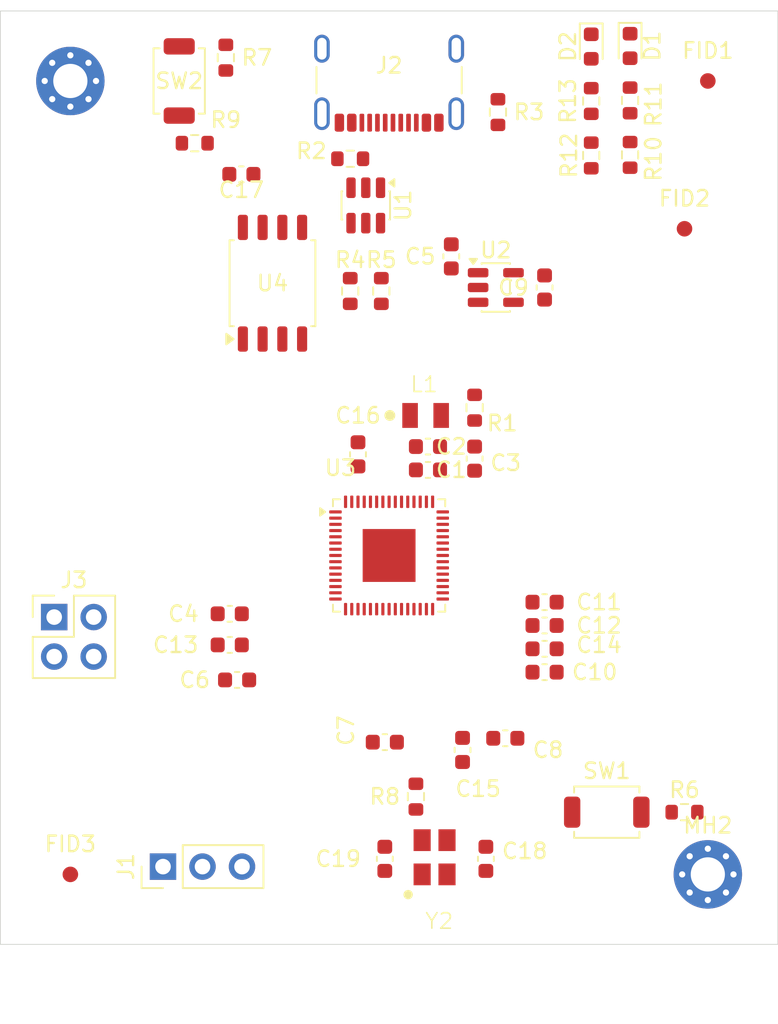
<source format=kicad_pcb>
(kicad_pcb (version 20241229) (generator "pcbnew") (generator_version "9.0")
  (layers (0 "F.Cu" signal) (2 "B.Cu" power) (13 "F.Paste" user) (5 "F.SilkS" user "F.Silkscreen") (1 "F.Mask" user) (25 "Edge.Cuts" user))
  (net 0 "")
  (net 1 "+3V3")
  (net 2 "GND")
  (net 3 "+1V1")
  (net 4 "/VREG_AVDD")
  (net 5 "+VBUS")
  (net 6 "/XIN")
  (net 7 "Net-(C19-Pad2)")
  (net 8 "Net-(D1-A)")
  (net 9 "Net-(D2-A)")
  (net 10 "/SWCLK")
  (net 11 "/SWDIO")
  (net 12 "/USBD-")
  (net 13 "/USBD+")
  (net 14 "Net-(J2-CC1)")
  (net 16 "Net-(J2-CC2)")
  (net 18 "/I2C0_SCL")
  (net 19 "/I2C0_SDA")
  (net 20 "/VREG_LX")
  (net 21 "Net-(U3-USB_DP)")
  (net 22 "/USB_DP")
  (net 23 "/USB_DM")
  (net 24 "Net-(U3-USB_DM)")
  (net 25 "Net-(R6-Pad1)")
  (net 26 "Net-(R7-Pad2)")
  (net 27 "/XOUT")
  (net 28 "/QSPI_SS")
  (net 29 "/GPIO25")
  (net 30 "Net-(R10-Pad2)")
  (net 31 "Net-(R12-Pad2)")
  (net 32 "Net-(U3-RUN)")
  (net 36 "/QSPI_SD2")
  (net 41 "/QSPI_SD1")
  (net 43 "/QSPI_SD0")
  (net 45 "/QSPI_SCLK")
  (net 55 "/QSPI_SD3")
  (footprint "custom:AOTA-B201610S3R3-101-T_custom" (layer "F.Cu") (at 151.35 97 180)
    (property "Reference" "L1" (at 1.1 2 0) (layer "F.SilkS") (effects (font (thickness 0.1))))
    (property "Value" "3.3uH")
    (fp_circle (center 3.3 0) (end 3.6 0) (stroke (width 0.1)) (fill yes) (layer "F.SilkS"))
    (pad "1" smd rect (at 2 0 180) (size 1 1.6) (layers "F.Cu" "F.Mask" "F.Paste") (net 3 "+1V1"))
    (pad "2" smd rect (at 0 0 180) (size 1 1.6) (layers "F.Cu" "F.Mask" "F.Paste") (net 20 "/VREG_LX"))
  )
  (footprint "Connector_PinHeader_2.54mm:PinHeader_1x03_P2.54mm_Vertical" (layer "F.Cu") (at 133.46 126 90)
    (property "Reference" "J1" (at 0 -2.38 90) (layer "F.SilkS"))
    (property "Value" "Debug Headers")
    (fp_line (start -1.38 -1.38) (end 0 -1.38) (stroke (width 0.12)) (layer "F.SilkS"))
    (fp_line (start -1.38 0) (end -1.38 -1.38) (stroke (width 0.12)) (layer "F.SilkS"))
    (fp_line (start 1.38 1.27) (end 1.38 6.46) (stroke (width 0.12)) (layer "F.SilkS"))
    (fp_line (start -1.38 1.27) (end 1.38 1.27) (stroke (width 0.12)) (layer "F.SilkS"))
    (fp_line (start -1.38 1.27) (end -1.38 6.46) (stroke (width 0.12)) (layer "F.SilkS"))
    (fp_line (start -1.38 6.46) (end 1.38 6.46) (stroke (width 0.12)) (layer "F.SilkS"))
    (pad "1" thru_hole rect (at 0 0 90) (size 1.7 1.7) (drill 1) (layers "*.Cu" "*.Mask") (net 2 "GND"))
    (pad "2" thru_hole circle (at 0 2.54 90) (size 1.7 1.7) (drill 1) (layers "*.Cu" "*.Mask") (net 10 "/SWCLK"))
    (pad "3" thru_hole circle (at 0 5.08 90) (size 1.7 1.7) (drill 1) (layers "*.Cu" "*.Mask") (net 11 "/SWDIO"))
  )
  (footprint "Resistor_SMD:R_0603_1608Metric" (layer "F.Cu") (at 161 76.7875 90)
    (property "Reference" "R13" (at 0 -1.5 90) (layer "F.SilkS"))
    (property "Value" "33")
    (fp_line (start -0.237258 -0.5225) (end 0.237258 -0.5225) (stroke (width 0.12)) (layer "F.SilkS"))
    (fp_line (start -0.237258 0.5225) (end 0.237258 0.5225) (stroke (width 0.12)) (layer "F.SilkS"))
    (pad "1" smd roundrect (at -0.825 0 90) (size 0.8 0.95) (layers "F.Cu" "F.Mask" "F.Paste") (net 31 "Net-(R12-Pad2)"))
    (pad "2" smd roundrect (at 0.825 0 90) (size 0.8 0.95) (layers "F.Cu" "F.Mask" "F.Paste") (net 9 "Net-(D2-A)"))
  )
  (footprint "Resistor_SMD:R_0603_1608Metric" (layer "F.Cu") (at 155 77.5 -90)
    (property "Reference" "R3" (at 0 -2 180) (layer "F.SilkS"))
    (property "Value" "5k1")
    (fp_line (start -0.237258 0.5225) (end 0.237258 0.5225) (stroke (width 0.12)) (layer "F.SilkS"))
    (fp_line (start -0.237258 -0.5225) (end 0.237258 -0.5225) (stroke (width 0.12)) (layer "F.SilkS"))
    (pad "1" smd roundrect (at -0.825 0 270) (size 0.8 0.95) (layers "F.Cu" "F.Mask" "F.Paste") (net 14 "Net-(J2-CC1)"))
    (pad "2" smd roundrect (at 0.825 0 270) (size 0.8 0.95) (layers "F.Cu" "F.Mask" "F.Paste") (net 2 "GND"))
  )
  (footprint "Connector_USB:USB_C_Receptacle_GCT_USB4105-xx-A_16P_TopMnt_Horizontal" (layer "F.Cu") (at 148 74.5 180)
    (property "Reference" "J2" (at 0 0 0) (layer "F.SilkS"))
    (property "Value" "USB_C_Female_USB2.0_16P")
    (fp_line (start 4.67 -0.1) (end 4.67 -1.8) (stroke (width 0.12)) (layer "F.SilkS"))
    (fp_line (start -4.67 -0.1) (end -4.67 -1.8) (stroke (width 0.12)) (layer "F.SilkS"))
    (pad "" np_thru_hole circle (at -2.89 -2.605 180) (size 0.65 0.65) (drill 0.65) (layers "*.Cu" "*.Mask"))
    (pad "" np_thru_hole circle (at 2.89 -2.605 180) (size 0.65 0.65) (drill 0.65) (layers "*.Cu" "*.Mask"))
    (pad "A1" smd roundrect (at -3.2 -3.68 180) (size 0.6 1.15) (layers "F.Cu" "F.Mask" "F.Paste") (net 2 "GND"))
    (pad "A4" smd roundrect (at -2.4 -3.68 180) (size 0.6 1.15) (layers "F.Cu" "F.Mask" "F.Paste") (net 5 "+VBUS"))
    (pad "A5" smd roundrect (at -1.25 -3.68 180) (size 0.3 1.15) (layers "F.Cu" "F.Mask" "F.Paste") (net 14 "Net-(J2-CC1)"))
    (pad "A6" smd roundrect (at -0.25 -3.68 180) (size 0.3 1.15) (layers "F.Cu" "F.Mask" "F.Paste") (net 13 "/USBD+"))
    (pad "A7" smd roundrect (at 0.25 -3.68 180) (size 0.3 1.15) (layers "F.Cu" "F.Mask" "F.Paste") (net 12 "/USBD-"))
    (pad "A8" smd roundrect (at 1.25 -3.68 180) (size 0.3 1.15) (layers "F.Cu" "F.Mask" "F.Paste"))
    (pad "A9" smd roundrect (at 2.4 -3.68 180) (size 0.6 1.15) (layers "F.Cu" "F.Mask" "F.Paste") (net 5 "+VBUS"))
    (pad "A12" smd roundrect (at 3.2 -3.68 180) (size 0.6 1.15) (layers "F.Cu" "F.Mask" "F.Paste") (net 2 "GND"))
    (pad "B1" smd roundrect (at 3.2 -3.68 180) (size 0.6 1.15) (layers "F.Cu" "F.Mask" "F.Paste") (net 2 "GND"))
    (pad "B4" smd roundrect (at 2.4 -3.68 180) (size 0.6 1.15) (layers "F.Cu" "F.Mask" "F.Paste") (net 5 "+VBUS"))
    (pad "B5" smd roundrect (at 1.75 -3.68 180) (size 0.3 1.15) (layers "F.Cu" "F.Mask" "F.Paste") (net 16 "Net-(J2-CC2)"))
    (pad "B6" smd roundrect (at 0.75 -3.68 180) (size 0.3 1.15) (layers "F.Cu" "F.Mask" "F.Paste") (net 13 "/USBD+"))
    (pad "B7" smd roundrect (at -0.75 -3.68 180) (size 0.3 1.15) (layers "F.Cu" "F.Mask" "F.Paste") (net 12 "/USBD-"))
    (pad "B8" smd roundrect (at -1.75 -3.68 180) (size 0.3 1.15) (layers "F.Cu" "F.Mask" "F.Paste"))
    (pad "B9" smd roundrect (at -2.4 -3.68 180) (size 0.6 1.15) (layers "F.Cu" "F.Mask" "F.Paste") (net 5 "+VBUS"))
    (pad "B12" smd roundrect (at -3.2 -3.68 180) (size 0.6 1.15) (layers "F.Cu" "F.Mask" "F.Paste") (net 2 "GND"))
    (pad "S1" thru_hole oval (at -4.32 -3.105 180) (size 1 2.1) (drill oval 0.6 1.7) (property pad_prop_heatsink) (layers "*.Cu" "*.Mask" "F.Paste") (net 2 "GND"))
    (pad "S1" thru_hole oval (at -4.32 1.075 180) (size 1 1.8) (drill oval 0.6 1.4) (property pad_prop_heatsink) (layers "*.Cu" "*.Mask" "F.Paste") (net 2 "GND"))
    (pad "S1" thru_hole oval (at 4.32 -3.105 180) (size 1 2.1) (drill oval 0.6 1.7) (property pad_prop_heatsink) (layers "*.Cu" "*.Mask" "F.Paste") (net 2 "GND"))
    (pad "S1" thru_hole oval (at 4.32 1.075 180) (size 1 1.8) (drill oval 0.6 1.4) (property pad_prop_heatsink) (layers "*.Cu" "*.Mask" "F.Paste") (net 2 "GND"))
  )
  (footprint "MountingHole:MountingHole_2.2mm_M2_Pad_Via" (layer "F.Cu") (at 127.5 75.5)
    (property "Reference" "MH1" (hide yes))
    (property "Value" "M.2")
    (pad "1" thru_hole circle (at -1.65 0) (size 0.7 0.7) (drill 0.4) (layers "*.Cu" "*.Mask") (net 2 "GND"))
    (pad "1" thru_hole circle (at -1.166726 -1.166726) (size 0.7 0.7) (drill 0.4) (layers "*.Cu" "*.Mask") (net 2 "GND"))
    (pad "1" thru_hole circle (at -1.166726 1.166726) (size 0.7 0.7) (drill 0.4) (layers "*.Cu" "*.Mask") (net 2 "GND"))
    (pad "1" thru_hole circle (at 0 -1.65) (size 0.7 0.7) (drill 0.4) (layers "*.Cu" "*.Mask") (net 2 "GND"))
    (pad "1" thru_hole circle (at 0 0) (size 4.4 4.4) (drill 2.2) (layers "*.Cu" "*.Mask") (net 2 "GND"))
    (pad "1" thru_hole circle (at 0 1.65) (size 0.7 0.7) (drill 0.4) (layers "*.Cu" "*.Mask") (net 2 "GND"))
    (pad "1" thru_hole circle (at 1.166726 -1.166726) (size 0.7 0.7) (drill 0.4) (layers "*.Cu" "*.Mask") (net 2 "GND"))
    (pad "1" thru_hole circle (at 1.166726 1.166726) (size 0.7 0.7) (drill 0.4) (layers "*.Cu" "*.Mask") (net 2 "GND"))
    (pad "1" thru_hole circle (at 1.65 0) (size 0.7 0.7) (drill 0.4) (layers "*.Cu" "*.Mask") (net 2 "GND"))
  )
  (footprint "Capacitor_SMD:C_0603_1608Metric" (layer "F.Cu") (at 138.225 114 180)
    (property "Reference" "C6" (at 2.725 0 180) (layer "F.SilkS"))
    (property "Value" "100nF")
    (fp_line (start -0.14058 0.51) (end 0.14058 0.51) (stroke (width 0.12)) (layer "F.SilkS"))
    (fp_line (start -0.14058 -0.51) (end 0.14058 -0.51) (stroke (width 0.12)) (layer "F.SilkS"))
    (pad "1" smd roundrect (at -0.775 0 180) (size 0.9 0.95) (layers "F.Cu" "F.Mask" "F.Paste") (net 1 "+3V3"))
    (pad "2" smd roundrect (at 0.775 0 180) (size 0.9 0.95) (layers "F.Cu" "F.Mask" "F.Paste") (net 2 "GND"))
  )
  (footprint "Capacitor_SMD:C_0603_1608Metric" (layer "F.Cu") (at 147.725 118 180)
    (property "Reference" "C7" (at 2.5 0.75 90) (layer "F.SilkS"))
    (property "Value" "100nF")
    (fp_line (start -0.14058 0.51) (end 0.14058 0.51) (stroke (width 0.12)) (layer "F.SilkS"))
    (fp_line (start -0.14058 -0.51) (end 0.14058 -0.51) (stroke (width 0.12)) (layer "F.SilkS"))
    (pad "1" smd roundrect (at -0.775 0 180) (size 0.9 0.95) (layers "F.Cu" "F.Mask" "F.Paste") (net 1 "+3V3"))
    (pad "2" smd roundrect (at 0.775 0 180) (size 0.9 0.95) (layers "F.Cu" "F.Mask" "F.Paste") (net 2 "GND"))
  )
  (footprint "Capacitor_SMD:C_0603_1608Metric" (layer "F.Cu") (at 137.75 109.75 180)
    (property "Reference" "C4" (at 2.975 0 0) (layer "F.SilkS"))
    (property "Value" "100nF")
    (fp_line (start -0.14058 0.51) (end 0.14058 0.51) (stroke (width 0.12)) (layer "F.SilkS"))
    (fp_line (start -0.14058 -0.51) (end 0.14058 -0.51) (stroke (width 0.12)) (layer "F.SilkS"))
    (pad "1" smd roundrect (at -0.775 0 180) (size 0.9 0.95) (layers "F.Cu" "F.Mask" "F.Paste") (net 1 "+3V3"))
    (pad "2" smd roundrect (at 0.775 0 180) (size 0.9 0.95) (layers "F.Cu" "F.Mask" "F.Paste") (net 2 "GND"))
  )
  (footprint "Button_Switch_SMD:SW_SPST_TS-1088-xR020" (layer "F.Cu") (at 162 122.5)
    (property "Reference" "SW1" (at 0 -2.65 0) (layer "F.SilkS"))
    (property "Value" "Button")
    (fp_line (start -2.1 -1.65) (end 2.1 -1.65) (stroke (width 0.12)) (layer "F.SilkS"))
    (fp_line (start -2.1 -1.26) (end -2.1 -1.65) (stroke (width 0.12)) (layer "F.SilkS"))
    (fp_line (start -2.1 1.26) (end -2.1 1.65) (stroke (width 0.12)) (layer "F.SilkS"))
    (fp_line (start -2.1 1.65) (end 2.1 1.65) (stroke (width 0.12)) (layer "F.SilkS"))
    (fp_line (start 2.1 -1.65) (end 2.1 -1.26) (stroke (width 0.12)) (layer "F.SilkS"))
    (fp_line (start 2.1 1.65) (end 2.1 1.26) (stroke (width 0.12)) (layer "F.SilkS"))
    (pad "1" smd roundrect (at -2.225 0) (size 1.05 2) (layers "F.Cu" "F.Mask" "F.Paste") (roundrect_rratio 0.2380952381) (net 32 "Net-(U3-RUN)"))
    (pad "2" smd roundrect (at 2.225 0) (size 1.05 2) (layers "F.Cu" "F.Mask" "F.Paste") (roundrect_rratio 0.2380952381) (net 25 "Net-(R6-Pad1)"))
  )
  (footprint "Capacitor_SMD:C_0603_1608Metric" (layer "F.Cu") (at 158 113.5)
    (property "Reference" "C10" (at 3.225 0 0) (layer "F.SilkS"))
    (property "Value" "100nF")
    (fp_line (start -0.14058 -0.51) (end 0.14058 -0.51) (stroke (width 0.12)) (layer "F.SilkS"))
    (fp_line (start -0.14058 0.51) (end 0.14058 0.51) (stroke (width 0.12)) (layer "F.SilkS"))
    (pad "1" smd roundrect (at -0.775 0) (size 0.9 0.95) (layers "F.Cu" "F.Mask" "F.Paste") (net 1 "+3V3"))
    (pad "2" smd roundrect (at 0.775 0) (size 0.9 0.95) (layers "F.Cu" "F.Mask" "F.Paste") (net 2 "GND"))
  )
  (footprint "Capacitor_SMD:C_0603_1608Metric" (layer "F.Cu") (at 155.475 117.75)
    (property "Reference" "C8" (at 2.75 0.75 0) (layer "F.SilkS"))
    (property "Value" "100nF")
    (fp_line (start -0.14058 -0.51) (end 0.14058 -0.51) (stroke (width 0.12)) (layer "F.SilkS"))
    (fp_line (start -0.14058 0.51) (end 0.14058 0.51) (stroke (width 0.12)) (layer "F.SilkS"))
    (pad "1" smd roundrect (at -0.775 0) (size 0.9 0.95) (layers "F.Cu" "F.Mask" "F.Paste") (net 1 "+3V3"))
    (pad "2" smd roundrect (at 0.775 0) (size 0.9 0.95) (layers "F.Cu" "F.Mask" "F.Paste") (net 2 "GND"))
  )
  (footprint "Fiducial:Fiducial_1mm_Mask2mm" (layer "F.Cu") (at 167 85)
    (property "Reference" "FID2" (at 0 -1.95 0) (layer "F.SilkS"))
    (property "Value" "~")
    (pad "" smd circle (at 0 0) (size 1 1) (layers "F.Cu" "F.Mask") (clearance 0.6))
  )
  (footprint "Fiducial:Fiducial_1mm_Mask2mm" (layer "F.Cu") (at 127.5 126.5)
    (property "Reference" "FID3" (at 0 -1.95 0) (layer "F.SilkS"))
    (property "Value" "~")
    (pad "" smd circle (at 0 0) (size 1 1) (layers "F.Cu" "F.Mask") (clearance 0.6))
  )
  (footprint "Package_TO_SOT_SMD:SOT-23-6" (layer "F.Cu") (at 146.5 83.5 -90)
    (property "Reference" "U1" (at 0 -2.4 90) (layer "F.SilkS"))
    (property "Value" "USBLC6-2SC6")
    (fp_line (start -0.91 1.56) (end -0.91 1.51) (stroke (width 0.12)) (layer "F.SilkS"))
    (fp_line (start 0.91 1.56) (end -0.91 1.56) (stroke (width 0.12)) (layer "F.SilkS"))
    (fp_line (start 0.91 1.51) (end 0.91 1.56) (stroke (width 0.12)) (layer "F.SilkS"))
    (fp_line (start -0.91 -1.51) (end -0.91 -1.56) (stroke (width 0.12)) (layer "F.SilkS"))
    (fp_line (start -0.91 -1.56) (end 0.91 -1.56) (stroke (width 0.12)) (layer "F.SilkS"))
    (fp_line (start 0.91 -1.56) (end 0.91 -1.51) (stroke (width 0.12)) (layer "F.SilkS"))
    (fp_poly (pts (xy -1.45 -1.51) (xy -1.69 -1.84) (xy -1.21 -1.84)) (stroke (width 0.12)) (fill yes) (layer "F.SilkS"))
    (pad "1" smd roundrect (at -1.1375 -0.95 270) (size 1.325 0.6) (layers "F.Cu" "F.Mask" "F.Paste") (net 12 "/USBD-"))
    (pad "2" smd roundrect (at -1.1375 0 270) (size 1.325 0.6) (layers "F.Cu" "F.Mask" "F.Paste") (net 2 "GND"))
    (pad "3" smd roundrect (at -1.1375 0.95 270) (size 1.325 0.6) (layers "F.Cu" "F.Mask" "F.Paste") (net 13 "/USBD+"))
    (pad "4" smd roundrect (at 1.1375 0.95 270) (size 1.325 0.6) (layers "F.Cu" "F.Mask" "F.Paste") (net 22 "/USB_DP"))
    (pad "5" smd roundrect (at 1.1375 0 270) (size 1.325 0.6) (layers "F.Cu" "F.Mask" "F.Paste") (net 5 "+VBUS"))
    (pad "6" smd roundrect (at 1.1375 -0.95 270) (size 1.325 0.6) (layers "F.Cu" "F.Mask" "F.Paste") (net 23 "/USB_DM"))
  )
  (footprint "LED_SMD:LED_0603_1608Metric" (layer "F.Cu") (at 161 73.2875 -90)
    (property "Reference" "D2" (at 0 1.5 90) (layer "F.SilkS"))
    (property "Value" "LED RED")
    (fp_line (start -1.485 0.735) (end 0.8 0.735) (stroke (width 0.12)) (layer "F.SilkS"))
    (fp_line (start -1.485 -0.735) (end -1.485 0.735) (stroke (width 0.12)) (layer "F.SilkS"))
    (fp_line (start 0.8 -0.735) (end -1.485 -0.735) (stroke (width 0.12)) (layer "F.SilkS"))
    (pad "1" smd roundrect (at -0.7875 0 270) (size 0.875 0.95) (layers "F.Cu" "F.Mask" "F.Paste") (net 2 "GND"))
    (pad "2" smd roundrect (at 0.7875 0 270) (size 0.875 0.95) (layers "F.Cu" "F.Mask" "F.Paste") (net 9 "Net-(D2-A)"))
  )
  (footprint "Capacitor_SMD:C_0603_1608Metric" (layer "F.Cu") (at 137.75 111.75 180)
    (property "Reference" "C13" (at 3.475 0 0) (layer "F.SilkS"))
    (property "Value" "100nF")
    (fp_line (start -0.14058 0.51) (end 0.14058 0.51) (stroke (width 0.12)) (layer "F.SilkS"))
    (fp_line (start -0.14058 -0.51) (end 0.14058 -0.51) (stroke (width 0.12)) (layer "F.SilkS"))
    (pad "1" smd roundrect (at -0.775 0 180) (size 0.9 0.95) (layers "F.Cu" "F.Mask" "F.Paste") (net 3 "+1V1"))
    (pad "2" smd roundrect (at 0.775 0 180) (size 0.9 0.95) (layers "F.Cu" "F.Mask" "F.Paste") (net 2 "GND"))
  )
  (footprint "Capacitor_SMD:C_0603_1608Metric" (layer "F.Cu") (at 158 109)
    (property "Reference" "C11" (at 3.5 0 0) (layer "F.SilkS"))
    (property "Value" "100nF")
    (fp_line (start -0.14058 -0.51) (end 0.14058 -0.51) (stroke (width 0.12)) (layer "F.SilkS"))
    (fp_line (start -0.14058 0.51) (end 0.14058 0.51) (stroke (width 0.12)) (layer "F.SilkS"))
    (pad "1" smd roundrect (at -0.775 0) (size 0.9 0.95) (layers "F.Cu" "F.Mask" "F.Paste") (net 1 "+3V3"))
    (pad "2" smd roundrect (at 0.775 0) (size 0.9 0.95) (layers "F.Cu" "F.Mask" "F.Paste") (net 2 "GND"))
  )
  (footprint "Package_TO_SOT_SMD:SOT-23-5" (layer "F.Cu") (at 154.8625 88.775)
    (property "Reference" "U2" (at 0 -2.4 0) (layer "F.SilkS"))
    (property "Value" "SPX3819M5-L-3-3")
    (fp_line (start -0.91 -1.56) (end 0.91 -1.56) (stroke (width 0.12)) (layer "F.SilkS"))
    (fp_line (start -0.91 -1.51) (end -0.91 -1.56) (stroke (width 0.12)) (layer "F.SilkS"))
    (fp_line (start -0.91 1.56) (end -0.91 1.51) (stroke (width 0.12)) (layer "F.SilkS"))
    (fp_line (start 0.91 -1.56) (end 0.91 -1.51) (stroke (width 0.12)) (layer "F.SilkS"))
    (fp_line (start 0.91 -0.39) (end 0.91 0.39) (stroke (width 0.12)) (layer "F.SilkS"))
    (fp_line (start 0.91 1.51) (end 0.91 1.56) (stroke (width 0.12)) (layer "F.SilkS"))
    (fp_line (start 0.91 1.56) (end -0.91 1.56) (stroke (width 0.12)) (layer "F.SilkS"))
    (fp_poly (pts (xy -1.45 -1.51) (xy -1.69 -1.84) (xy -1.21 -1.84)) (stroke (width 0.12)) (fill yes) (layer "F.SilkS"))
    (pad "1" smd roundrect (at -1.1375 -0.95) (size 1.325 0.6) (layers "F.Cu" "F.Mask" "F.Paste") (net 5 "+VBUS"))
    (pad "2" smd roundrect (at -1.1375 0) (size 1.325 0.6) (layers "F.Cu" "F.Mask" "F.Paste") (net 2 "GND"))
    (pad "3" smd roundrect (at -1.1375 0.95) (size 1.325 0.6) (layers "F.Cu" "F.Mask" "F.Paste") (net 5 "+VBUS"))
    (pad "4" smd roundrect (at 1.1375 0.95) (size 1.325 0.6) (layers "F.Cu" "F.Mask" "F.Paste"))
    (pad "5" smd roundrect (at 1.1375 -0.95) (size 1.325 0.6) (layers "F.Cu" "F.Mask" "F.Paste") (net 1 "+3V3"))
  )
  (footprint "Resistor_SMD:R_0603_1608Metric" (layer "F.Cu") (at 161 80.2875 90)
    (property "Reference" "R12" (at 0 -1.43 90) (layer "F.SilkS"))
    (property "Value" "33")
    (fp_line (start -0.237258 -0.5225) (end 0.237258 -0.5225) (stroke (width 0.12)) (layer "F.SilkS"))
    (fp_line (start -0.237258 0.5225) (end 0.237258 0.5225) (stroke (width 0.12)) (layer "F.SilkS"))
    (pad "1" smd roundrect (at -0.825 0 90) (size 0.8 0.95) (layers "F.Cu" "F.Mask" "F.Paste") (net 1 "+3V3"))
    (pad "2" smd roundrect (at 0.825 0 90) (size 0.8 0.95) (layers "F.Cu" "F.Mask" "F.Paste") (net 31 "Net-(R12-Pad2)"))
  )
  (footprint "Connector_PinHeader_2.54mm:PinHeader_2x02_P2.54mm_Vertical" (layer "F.Cu") (at 126.46 109.96)
    (property "Reference" "J3" (at 1.27 -2.38 0) (layer "F.SilkS"))
    (property "Value" "I2C Headers")
    (fp_line (start -1.38 -1.38) (end 0 -1.38) (stroke (width 0.12)) (layer "F.SilkS"))
    (fp_line (start -1.38 0) (end -1.38 -1.38) (stroke (width 0.12)) (layer "F.SilkS"))
    (fp_line (start -1.38 1.27) (end -1.38 3.92) (stroke (width 0.12)) (layer "F.SilkS"))
    (fp_line (start -1.38 1.27) (end 1.27 1.27) (stroke (width 0.12)) (layer "F.SilkS"))
    (fp_line (start -1.38 3.92) (end 3.92 3.92) (stroke (width 0.12)) (layer "F.SilkS"))
    (fp_line (start 1.27 -1.38) (end 3.92 -1.38) (stroke (width 0.12)) (layer "F.SilkS"))
    (fp_line (start 1.27 1.27) (end 1.27 -1.38) (stroke (width 0.12)) (layer "F.SilkS"))
    (fp_line (start 3.92 -1.38) (end 3.92 3.92) (stroke (width 0.12)) (layer "F.SilkS"))
    (pad "1" thru_hole rect (at 0 0) (size 1.7 1.7) (drill 1) (layers "*.Cu" "*.Mask") (net 2 "GND"))
    (pad "2" thru_hole circle (at 2.54 0) (size 1.7 1.7) (drill 1) (layers "*.Cu" "*.Mask") (net 18 "/I2C0_SCL"))
    (pad "3" thru_hole circle (at 0 2.54) (size 1.7 1.7) (drill 1) (layers "*.Cu" "*.Mask") (net 1 "+3V3"))
    (pad "4" thru_hole circle (at 2.54 2.54) (size 1.7 1.7) (drill 1) (layers "*.Cu" "*.Mask") (net 19 "/I2C0_SDA"))
  )
  (footprint "Resistor_SMD:R_0603_1608Metric" (layer "F.Cu") (at 145.5 80.5 180)
    (property "Reference" "R2" (at 2.5 0.5 0) (layer "F.SilkS"))
    (property "Value" "5k1")
    (fp_line (start -0.237258 0.5225) (end 0.237258 0.5225) (stroke (width 0.12)) (layer "F.SilkS"))
    (fp_line (start -0.237258 -0.5225) (end 0.237258 -0.5225) (stroke (width 0.12)) (layer "F.SilkS"))
    (pad "1" smd roundrect (at -0.825 0 180) (size 0.8 0.95) (layers "F.Cu" "F.Mask" "F.Paste") (net 16 "Net-(J2-CC2)"))
    (pad "2" smd roundrect (at 0.825 0 180) (size 0.8 0.95) (layers "F.Cu" "F.Mask" "F.Paste") (net 2 "GND"))
  )
  (footprint "Package_SO:SOIC-8_5.3x5.3mm_P1.27mm" (layer "F.Cu") (at 140.5 88.5 90)
    (property "Reference" "U4" (at 0 0 180) (layer "F.SilkS"))
    (property "Value" "W25Q128JVS")
    (fp_line (start 2.76 -2.76) (end 2.76 -2.49) (stroke (width 0.12)) (layer "F.SilkS"))
    (fp_line (start -2.76 -2.76) (end 2.76 -2.76) (stroke (width 0.12)) (layer "F.SilkS"))
    (fp_line (start -2.76 -2.49) (end -2.76 -2.76) (stroke (width 0.12)) (layer "F.SilkS"))
    (fp_line (start 2.76 2.49) (end 2.76 2.76) (stroke (width 0.12)) (layer "F.SilkS"))
    (fp_line (start 2.76 2.76) (end -2.76 2.76) (stroke (width 0.12)) (layer "F.SilkS"))
    (fp_line (start -2.76 2.76) (end -2.76 2.49) (stroke (width 0.12)) (layer "F.SilkS"))
    (fp_poly (pts (xy -3.59 -2.5) (xy -3.93 -2.97) (xy -3.25 -2.97)) (stroke (width 0.12)) (fill yes) (layer "F.SilkS"))
    (pad "1" smd roundrect (at -3.5875 -1.905 90) (size 1.625 0.65) (layers "F.Cu" "F.Mask" "F.Paste") (net 28 "/QSPI_SS"))
    (pad "2" smd roundrect (at -3.5875 -0.635 90) (size 1.625 0.65) (layers "F.Cu" "F.Mask" "F.Paste") (net 41 "/QSPI_SD1"))
    (pad "3" smd roundrect (at -3.5875 0.635 90) (size 1.625 0.65) (layers "F.Cu" "F.Mask" "F.Paste") (net 36 "/QSPI_SD2"))
    (pad "4" smd roundrect (at -3.5875 1.905 90) (size 1.625 0.65) (layers "F.Cu" "F.Mask" "F.Paste") (net 2 "GND"))
    (pad "5" smd roundrect (at 3.5875 1.905 90) (size 1.625 0.65) (layers "F.Cu" "F.Mask" "F.Paste") (net 43 "/QSPI_SD0"))
    (pad "6" smd roundrect (at 3.5875 0.635 90) (size 1.625 0.65) (layers "F.Cu" "F.Mask" "F.Paste") (net 45 "/QSPI_SCLK"))
    (pad "7" smd roundrect (at 3.5875 -0.635 90) (size 1.625 0.65) (layers "F.Cu" "F.Mask" "F.Paste") (net 55 "/QSPI_SD3"))
    (pad "8" smd roundrect (at 3.5875 -1.905 90) (size 1.625 0.65) (layers "F.Cu" "F.Mask" "F.Paste") (net 1 "+3V3"))
  )
  (footprint "Capacitor_SMD:C_0603_1608Metric" (layer "F.Cu") (at 152.725 118.5 -90)
    (property "Reference" "C15" (at 2.5 -1 180) (layer "F.SilkS"))
    (property "Value" "4.7uF")
    (fp_line (start -0.14058 0.51) (end 0.14058 0.51) (stroke (width 0.12)) (layer "F.SilkS"))
    (fp_line (start -0.14058 -0.51) (end 0.14058 -0.51) (stroke (width 0.12)) (layer "F.SilkS"))
    (pad "1" smd roundrect (at -0.775 0 270) (size 0.9 0.95) (layers "F.Cu" "F.Mask" "F.Paste") (net 3 "+1V1"))
    (pad "2" smd roundrect (at 0.775 0 270) (size 0.9 0.95) (layers "F.Cu" "F.Mask" "F.Paste") (net 2 "GND"))
  )
  (footprint "Resistor_SMD:R_0603_1608Metric" (layer "F.Cu") (at 163.5 76.75 90)
    (property "Reference" "R11" (at -0.25 1.5 90) (layer "F.SilkS"))
    (property "Value" "33")
    (fp_line (start -0.237258 -0.5225) (end 0.237258 -0.5225) (stroke (width 0.12)) (layer "F.SilkS"))
    (fp_line (start -0.237258 0.5225) (end 0.237258 0.5225) (stroke (width 0.12)) (layer "F.SilkS"))
    (pad "1" smd roundrect (at -0.825 0 90) (size 0.8 0.95) (layers "F.Cu" "F.Mask" "F.Paste") (net 30 "Net-(R10-Pad2)"))
    (pad "2" smd roundrect (at 0.825 0 90) (size 0.8 0.95) (layers "F.Cu" "F.Mask" "F.Paste") (net 8 "Net-(D1-A)"))
  )
  (footprint "Resistor_SMD:R_0603_1608Metric" (layer "F.Cu") (at 147.5 89 90)
    (property "Reference" "R5" (at 2 0 180) (layer "F.SilkS"))
    (property "Value" "27")
    (fp_line (start -0.237258 -0.5225) (end 0.237258 -0.5225) (stroke (width 0.12)) (layer "F.SilkS"))
    (fp_line (start -0.237258 0.5225) (end 0.237258 0.5225) (stroke (width 0.12)) (layer "F.SilkS"))
    (pad "1" smd roundrect (at -0.825 0 90) (size 0.8 0.95) (layers "F.Cu" "F.Mask" "F.Paste") (net 24 "Net-(U3-USB_DM)"))
    (pad "2" smd roundrect (at 0.825 0 90) (size 0.8 0.95) (layers "F.Cu" "F.Mask" "F.Paste") (net 23 "/USB_DM"))
  )
  (footprint "Capacitor_SMD:C_0603_1608Metric" (layer "F.Cu") (at 158 112)
    (property "Reference" "C14" (at 3.5 -0.25 0) (layer "F.SilkS"))
    (property "Value" "100nF")
    (fp_line (start -0.14058 -0.51) (end 0.14058 -0.51) (stroke (width 0.12)) (layer "F.SilkS"))
    (fp_line (start -0.14058 0.51) (end 0.14058 0.51) (stroke (width 0.12)) (layer "F.SilkS"))
    (pad "1" smd roundrect (at -0.775 0) (size 0.9 0.95) (layers "F.Cu" "F.Mask" "F.Paste") (net 3 "+1V1"))
    (pad "2" smd roundrect (at 0.775 0) (size 0.9 0.95) (layers "F.Cu" "F.Mask" "F.Paste") (net 2 "GND"))
  )
  (footprint "Capacitor_SMD:C_0603_1608Metric" (layer "F.Cu") (at 146 99.5 -90)
    (property "Reference" "C16" (at -2.5 0 180) (layer "F.SilkS"))
    (property "Value" "100nF")
    (fp_line (start -0.14058 0.51) (end 0.14058 0.51) (stroke (width 0.12)) (layer "F.SilkS"))
    (fp_line (start -0.14058 -0.51) (end 0.14058 -0.51) (stroke (width 0.12)) (layer "F.SilkS"))
    (pad "1" smd roundrect (at -0.775 0 270) (size 0.9 0.95) (layers "F.Cu" "F.Mask" "F.Paste") (net 2 "GND"))
    (pad "2" smd roundrect (at 0.775 0 270) (size 0.9 0.95) (layers "F.Cu" "F.Mask" "F.Paste") (net 1 "+3V3"))
  )
  (footprint "Fiducial:Fiducial_1mm_Mask2mm" (layer "F.Cu") (at 168.5 75.5)
    (property "Reference" "FID1" (at 0 -1.95 0) (layer "F.SilkS"))
    (property "Value" "~")
    (pad "" smd circle (at 0 0) (size 1 1) (layers "F.Cu" "F.Mask") (clearance 0.6))
  )
  (footprint "Resistor_SMD:R_0603_1608Metric" (layer "F.Cu") (at 167 122.5)
    (property "Reference" "R6" (at 0 -1.43 0) (layer "F.SilkS"))
    (property "Value" "1K")
    (fp_line (start -0.237258 -0.5225) (end 0.237258 -0.5225) (stroke (width 0.12)) (layer "F.SilkS"))
    (fp_line (start -0.237258 0.5225) (end 0.237258 0.5225) (stroke (width 0.12)) (layer "F.SilkS"))
    (pad "1" smd roundrect (at -0.825 0) (size 0.8 0.95) (layers "F.Cu" "F.Mask" "F.Paste") (net 25 "Net-(R6-Pad1)"))
    (pad "2" smd roundrect (at 0.825 0) (size 0.8 0.95) (layers "F.Cu" "F.Mask" "F.Paste") (net 2 "GND"))
  )
  (footprint "Capacitor_SMD:C_0603_1608Metric" (layer "F.Cu") (at 147.725 125.5 -90)
    (property "Reference" "C19" (at 0 3 180) (layer "F.SilkS"))
    (property "Value" "15pF")
    (fp_line (start -0.14058 0.51) (end 0.14058 0.51) (stroke (width 0.12)) (layer "F.SilkS"))
    (fp_line (start -0.14058 -0.51) (end 0.14058 -0.51) (stroke (width 0.12)) (layer "F.SilkS"))
    (pad "1" smd roundrect (at -0.775 0 270) (size 0.9 0.95) (layers "F.Cu" "F.Mask" "F.Paste") (net 2 "GND"))
    (pad "2" smd roundrect (at 0.775 0 270) (size 0.9 0.95) (layers "F.Cu" "F.Mask" "F.Paste") (net 7 "Net-(C19-Pad2)"))
  )
  (footprint "oscillators:ABM8-272-T3" (layer "F.Cu") (at 150.125 127.2 90)
    (property "Reference" "Y2" (at -2.3 1.1 0) (layer "F.SilkS") (effects (font (thickness 0.1))))
    (property "Value" "12MHz Crystal GND2,4")
    (fp_circle (center -0.6 -0.9) (end -0.35 -0.9) (stroke (width 0.1)) (fill yes) (layer "F.SilkS"))
    (pad "1" smd rect (at 0.7 0 90) (size 1.4 1.1) (layers "F.Cu" "F.Mask" "F.Paste") (net 7 "Net-(C19-Pad2)"))
    (pad "2" smd rect (at 2.9 0 90) (size 1.4 1.1) (layers "F.Cu" "F.Mask" "F.Paste") (net 2 "GND"))
    (pad "3" smd rect (at 2.9 1.6 90) (size 1.4 1.1) (layers "F.Cu" "F.Mask" "F.Paste") (net 6 "/XIN"))
    (pad "4" smd rect (at 0.7 1.6 90) (size 1.4 1.1) (layers "F.Cu" "F.Mask" "F.Paste") (net 2 "GND"))
  )
  (footprint "Resistor_SMD:R_0603_1608Metric" (layer "F.Cu") (at 163.5 80.25 90)
    (property "Reference" "R10" (at -0.25 1.5 90) (layer "F.SilkS"))
    (property "Value" "33")
    (fp_line (start -0.237258 -0.5225) (end 0.237258 -0.5225) (stroke (width 0.12)) (layer "F.SilkS"))
    (fp_line (start -0.237258 0.5225) (end 0.237258 0.5225) (stroke (width 0.12)) (layer "F.SilkS"))
    (pad "1" smd roundrect (at -0.825 0 90) (size 0.8 0.95) (layers "F.Cu" "F.Mask" "F.Paste") (net 29 "/GPIO25"))
    (pad "2" smd roundrect (at 0.825 0 90) (size 0.8 0.95) (layers "F.Cu" "F.Mask" "F.Paste") (net 30 "Net-(R10-Pad2)"))
  )
  (footprint "Resistor_SMD:R_0603_1608Metric" (layer "F.Cu") (at 145.5 89 90)
    (property "Reference" "R4" (at 2 0 180) (layer "F.SilkS"))
    (property "Value" "27")
    (fp_line (start -0.237258 -0.5225) (end 0.237258 -0.5225) (stroke (width 0.12)) (layer "F.SilkS"))
    (fp_line (start -0.237258 0.5225) (end 0.237258 0.5225) (stroke (width 0.12)) (layer "F.SilkS"))
    (pad "1" smd roundrect (at -0.825 0 90) (size 0.8 0.95) (layers "F.Cu" "F.Mask" "F.Paste") (net 21 "Net-(U3-USB_DP)"))
    (pad "2" smd roundrect (at 0.825 0 90) (size 0.8 0.95) (layers "F.Cu" "F.Mask" "F.Paste") (net 22 "/USB_DP"))
  )
  (footprint "Resistor_SMD:R_0603_1608Metric" (layer "F.Cu") (at 153.5 96.5 -90)
    (property "Reference" "R1" (at 1 -1.775 180) (layer "F.SilkS"))
    (property "Value" "33")
    (fp_line (start -0.237258 0.5225) (end 0.237258 0.5225) (stroke (width 0.12)) (layer "F.SilkS"))
    (fp_line (start -0.237258 -0.5225) (end 0.237258 -0.5225) (stroke (width 0.12)) (layer "F.SilkS"))
    (pad "1" smd roundrect (at -0.825 0 270) (size 0.8 0.95) (layers "F.Cu" "F.Mask" "F.Paste") (net 1 "+3V3"))
    (pad "2" smd roundrect (at 0.825 0 270) (size 0.8 0.95) (layers "F.Cu" "F.Mask" "F.Paste") (net 4 "/VREG_AVDD"))
  )
  (footprint "Capacitor_SMD:C_0603_1608Metric" (layer "F.Cu") (at 150.5 99)
    (property "Reference" "C2" (at 1.5 0 0) (layer "F.SilkS"))
    (property "Value" "4.7uF")
    (fp_line (start -0.14058 -0.51) (end 0.14058 -0.51) (stroke (width 0.12)) (layer "F.SilkS"))
    (fp_line (start -0.14058 0.51) (end 0.14058 0.51) (stroke (width 0.12)) (layer "F.SilkS"))
    (pad "1" smd roundrect (at -0.775 0) (size 0.9 0.95) (layers "F.Cu" "F.Mask" "F.Paste") (net 3 "+1V1"))
    (pad "2" smd roundrect (at 0.775 0) (size 0.9 0.95) (layers "F.Cu" "F.Mask" "F.Paste") (net 2 "GND"))
  )
  (footprint "Resistor_SMD:R_0603_1608Metric" (layer "F.Cu") (at 149.725 121.5 90)
    (property "Reference" "R8" (at 0 -2 180) (layer "F.SilkS"))
    (property "Value" "1K")
    (fp_line (start -0.237258 -0.5225) (end 0.237258 -0.5225) (stroke (width 0.12)) (layer "F.SilkS"))
    (fp_line (start -0.237258 0.5225) (end 0.237258 0.5225) (stroke (width 0.12)) (layer "F.SilkS"))
    (pad "1" smd roundrect (at -0.825 0 90) (size 0.8 0.95) (layers "F.Cu" "F.Mask" "F.Paste") (net 7 "Net-(C19-Pad2)"))
    (pad "2" smd roundrect (at 0.825 0 90) (size 0.8 0.95) (layers "F.Cu" "F.Mask" "F.Paste") (net 27 "/XOUT"))
  )
  (footprint "Capacitor_SMD:C_0603_1608Metric" (layer "F.Cu") (at 153.5 99.775 90)
    (property "Reference" "C3" (at -0.275 2 180) (layer "F.SilkS"))
    (property "Value" "4.7uF")
    (fp_line (start -0.14058 -0.51) (end 0.14058 -0.51) (stroke (width 0.12)) (layer "F.SilkS"))
    (fp_line (start -0.14058 0.51) (end 0.14058 0.51) (stroke (width 0.12)) (layer "F.SilkS"))
    (pad "1" smd roundrect (at -0.775 0 90) (size 0.9 0.95) (layers "F.Cu" "F.Mask" "F.Paste") (net 2 "GND"))
    (pad "2" smd roundrect (at 0.775 0 90) (size 0.9 0.95) (layers "F.Cu" "F.Mask" "F.Paste") (net 4 "/VREG_AVDD"))
  )
  (footprint "MountingHole:MountingHole_2.2mm_M2_Pad_Via" (layer "F.Cu") (at 168.5 126.5)
    (property "Reference" "MH2" (at 0 -3.15 0) (layer "F.SilkS"))
    (property "Value" "M.2")
    (pad "1" thru_hole circle (at -1.65 0) (size 0.7 0.7) (drill 0.4) (layers "*.Cu" "*.Mask") (net 2 "GND"))
    (pad "1" thru_hole circle (at -1.166726 -1.166726) (size 0.7 0.7) (drill 0.4) (layers "*.Cu" "*.Mask") (net 2 "GND"))
    (pad "1" thru_hole circle (at -1.166726 1.166726) (size 0.7 0.7) (drill 0.4) (layers "*.Cu" "*.Mask") (net 2 "GND"))
    (pad "1" thru_hole circle (at 0 -1.65) (size 0.7 0.7) (drill 0.4) (layers "*.Cu" "*.Mask") (net 2 "GND"))
    (pad "1" thru_hole circle (at 0 0) (size 4.4 4.4) (drill 2.2) (layers "*.Cu" "*.Mask") (net 2 "GND"))
    (pad "1" thru_hole circle (at 0 1.65) (size 0.7 0.7) (drill 0.4) (layers "*.Cu" "*.Mask") (net 2 "GND"))
    (pad "1" thru_hole circle (at 1.166726 -1.166726) (size 0.7 0.7) (drill 0.4) (layers "*.Cu" "*.Mask") (net 2 "GND"))
    (pad "1" thru_hole circle (at 1.166726 1.166726) (size 0.7 0.7) (drill 0.4) (layers "*.Cu" "*.Mask") (net 2 "GND"))
    (pad "1" thru_hole circle (at 1.65 0) (size 0.7 0.7) (drill 0.4) (layers "*.Cu" "*.Mask") (net 2 "GND"))
  )
  (footprint "Capacitor_SMD:C_0603_1608Metric" (layer "F.Cu") (at 150.5 100.5 180)
    (property "Reference" "C1" (at -1.5 0 0) (layer "F.SilkS"))
    (property "Value" "4.7uF")
    (fp_line (start -0.14058 0.51) (end 0.14058 0.51) (stroke (width 0.12)) (layer "F.SilkS"))
    (fp_line (start -0.14058 -0.51) (end 0.14058 -0.51) (stroke (width 0.12)) (layer "F.SilkS"))
    (pad "1" smd roundrect (at -0.775 0 180) (size 0.9 0.95) (layers "F.Cu" "F.Mask" "F.Paste") (net 2 "GND"))
    (pad "2" smd roundrect (at 0.775 0 180) (size 0.9 0.95) (layers "F.Cu" "F.Mask" "F.Paste") (net 1 "+3V3"))
  )
  (footprint "Capacitor_SMD:C_0603_1608Metric" (layer "F.Cu") (at 138.5 81.5)
    (property "Reference" "C17" (at 0 1 180) (layer "F.SilkS"))
    (property "Value" "100nF")
    (fp_line (start -0.14058 -0.51) (end 0.14058 -0.51) (stroke (width 0.12)) (layer "F.SilkS"))
    (fp_line (start -0.14058 0.51) (end 0.14058 0.51) (stroke (width 0.12)) (layer "F.SilkS"))
    (pad "1" smd roundrect (at -0.775 0) (size 0.9 0.95) (layers "F.Cu" "F.Mask" "F.Paste") (net 1 "+3V3"))
    (pad "2" smd roundrect (at 0.775 0) (size 0.9 0.95) (layers "F.Cu" "F.Mask" "F.Paste") (net 2 "GND"))
  )
  (footprint "Capacitor_SMD:C_0603_1608Metric" (layer "F.Cu") (at 152 86.775 90)
    (property "Reference" "C5" (at 0 -2 180) (layer "F.SilkS"))
    (property "Value" "100nF")
    (fp_line (start -0.14058 -0.51) (end 0.14058 -0.51) (stroke (width 0.12)) (layer "F.SilkS"))
    (fp_line (start -0.14058 0.51) (end 0.14058 0.51) (stroke (width 0.12)) (layer "F.SilkS"))
    (pad "1" smd roundrect (at -0.775 0 90) (size 0.9 0.95) (layers "F.Cu" "F.Mask" "F.Paste") (net 5 "+VBUS"))
    (pad "2" smd roundrect (at 0.775 0 90) (size 0.9 0.95) (layers "F.Cu" "F.Mask" "F.Paste") (net 2 "GND"))
  )
  (footprint "Button_Switch_SMD:SW_SPST_TS-1088-xR020" (layer "F.Cu") (at 134.5 75.5 -90)
    (property "Reference" "SW2" (at 0 0 180) (layer "F.SilkS"))
    (property "Value" "Bootstrap")
    (fp_line (start -2.1 1.65) (end 2.1 1.65) (stroke (width 0.12)) (layer "F.SilkS"))
    (fp_line (start 2.1 1.65) (end 2.1 1.26) (stroke (width 0.12)) (layer "F.SilkS"))
    (fp_line (start -2.1 1.26) (end -2.1 1.65) (stroke (width 0.12)) (layer "F.SilkS"))
    (fp_line (start -2.1 -1.26) (end -2.1 -1.65) (stroke (width 0.12)) (layer "F.SilkS"))
    (fp_line (start -2.1 -1.65) (end 2.1 -1.65) (stroke (width 0.12)) (layer "F.SilkS"))
    (fp_line (start 2.1 -1.65) (end 2.1 -1.26) (stroke (width 0.12)) (layer "F.SilkS"))
    (pad "1" smd roundrect (at -2.225 0 270) (size 1.05 2) (layers "F.Cu" "F.Mask" "F.Paste") (roundrect_rratio 0.2380952381) (net 26 "Net-(R7-Pad2)"))
    (pad "2" smd roundrect (at 2.225 0 270) (size 1.05 2) (layers "F.Cu" "F.Mask" "F.Paste") (roundrect_rratio 0.2380952381) (net 28 "/QSPI_SS"))
  )
  (footprint "LED_SMD:LED_0603_1608Metric" (layer "F.Cu") (at 163.5 73.25 -90)
    (property "Reference" "D1" (at 0 -1.43 90) (layer "F.SilkS"))
    (property "Value" "LED WHT")
    (fp_line (start -1.485 0.735) (end 0.8 0.735) (stroke (width 0.12)) (layer "F.SilkS"))
    (fp_line (start -1.485 -0.735) (end -1.485 0.735) (stroke (width 0.12)) (layer "F.SilkS"))
    (fp_line (start 0.8 -0.735) (end -1.485 -0.735) (stroke (width 0.12)) (layer "F.SilkS"))
    (pad "1" smd roundrect (at -0.7875 0 270) (size 0.875 0.95) (layers "F.Cu" "F.Mask" "F.Paste") (net 2 "GND"))
    (pad "2" smd roundrect (at 0.7875 0 270) (size 0.875 0.95) (layers "F.Cu" "F.Mask" "F.Paste") (net 8 "Net-(D1-A)"))
  )
  (footprint "Package_DFN_QFN:QFN-60-1EP_7x7mm_P0.4mm_EP3.4x3.4mm" (layer "F.Cu") (at 148 106)
    (property "Reference" "U3" (at -3.13 -5.63 0) (layer "F.SilkS"))
    (property "Value" "RP2350A")
    (fp_line (start -3.61 -3.61) (end -3.16 -3.61) (stroke (width 0.12)) (layer "F.SilkS"))
    (fp_line (start -3.61 -3.16) (end -3.61 -3.61) (stroke (width 0.12)) (layer "F.SilkS"))
    (fp_line (start -3.61 3.61) (end -3.61 3.16) (stroke (width 0.12)) (layer "F.SilkS"))
    (fp_line (start -3.16 3.61) (end -3.61 3.61) (stroke (width 0.12)) (layer "F.SilkS"))
    (fp_line (start 3.16 -3.61) (end 3.61 -3.61) (stroke (width 0.12)) (layer "F.SilkS"))
    (fp_line (start 3.61 -3.61) (end 3.61 -3.16) (stroke (width 0.12)) (layer "F.SilkS"))
    (fp_line (start 3.61 3.16) (end 3.61 3.61) (stroke (width 0.12)) (layer "F.SilkS"))
    (fp_line (start 3.61 3.61) (end 3.16 3.61) (stroke (width 0.12)) (layer "F.SilkS"))
    (fp_poly (pts (xy -4.11 -2.8) (xy -4.44 -2.56) (xy -4.44 -3.04)) (stroke (width 0.12)) (fill yes) (layer "F.SilkS"))
    (pad "1" smd roundrect (at -3.45 -2.8) (size 0.8 0.2) (layers "F.Cu" "F.Mask" "F.Paste") (net 1 "+3V3"))
    (pad "2" smd roundrect (at -3.45 -2.4) (size 0.8 0.2) (layers "F.Cu" "F.Mask" "F.Paste"))
    (pad "3" smd roundrect (at -3.45 -2) (size 0.8 0.2) (layers "F.Cu" "F.Mask" "F.Paste"))
    (pad "4" smd roundrect (at -3.45 -1.6) (size 0.8 0.2) (layers "F.Cu" "F.Mask" "F.Paste"))
    (pad "5" smd roundrect (at -3.45 -1.2) (size 0.8 0.2) (layers "F.Cu" "F.Mask" "F.Paste"))
    (pad "6" smd roundrect (at -3.45 -0.8) (size 0.8 0.2) (layers "F.Cu" "F.Mask" "F.Paste") (net 3 "+1V1"))
    (pad "7" smd roundrect (at -3.45 -0.4) (size 0.8 0.2) (layers "F.Cu" "F.Mask" "F.Paste") (net 19 "/I2C0_SDA"))
    (pad "8" smd roundrect (at -3.45 0) (size 0.8 0.2) (layers "F.Cu" "F.Mask" "F.Paste") (net 18 "/I2C0_SCL"))
    (pad "9" smd roundrect (at -3.45 0.4) (size 0.8 0.2) (layers "F.Cu" "F.Mask" "F.Paste"))
    (pad "10" smd roundrect (at -3.45 0.8) (size 0.8 0.2) (layers "F.Cu" "F.Mask" "F.Paste"))
    (pad "11" smd roundrect (at -3.45 1.2) (size 0.8 0.2) (layers "F.Cu" "F.Mask" "F.Paste") (net 1 "+3V3"))
    (pad "12" smd roundrect (at -3.45 1.6) (size 0.8 0.2) (layers "F.Cu" "F.Mask" "F.Paste"))
    (pad "13" smd roundrect (at -3.45 2) (size 0.8 0.2) (layers "F.Cu" "F.Mask" "F.Paste"))
    (pad "14" smd roundrect (at -3.45 2.4) (size 0.8 0.2) (layers "F.Cu" "F.Mask" "F.Paste"))
    (pad "15" smd roundrect (at -3.45 2.8) (size 0.8 0.2) (layers "F.Cu" "F.Mask" "F.Paste"))
    (pad "16" smd roundrect (at -2.8 3.45) (size 0.2 0.8) (layers "F.Cu" "F.Mask" "F.Paste"))
    (pad "17" smd roundrect (at -2.4 3.45) (size 0.2 0.8) (layers "F.Cu" "F.Mask" "F.Paste"))
    (pad "18" smd roundrect (at -2 3.45) (size 0.2 0.8) (layers "F.Cu" "F.Mask" "F.Paste"))
    (pad "19" smd roundrect (at -1.6 3.45) (size 0.2 0.8) (layers "F.Cu" "F.Mask" "F.Paste"))
    (pad "20" smd roundrect (at -1.2 3.45) (size 0.2 0.8) (layers "F.Cu" "F.Mask" "F.Paste") (net 1 "+3V3"))
    (pad "21" smd roundrect (at -0.8 3.45) (size 0.2 0.8) (layers "F.Cu" "F.Mask" "F.Paste") (net 6 "/XIN"))
    (pad "22" smd roundrect (at -0.4 3.45) (size 0.2 0.8) (layers "F.Cu" "F.Mask" "F.Paste") (net 27 "/XOUT"))
    (pad "23" smd roundrect (at 0 3.45) (size 0.2 0.8) (layers "F.Cu" "F.Mask" "F.Paste") (net 3 "+1V1"))
    (pad "24" smd roundrect (at 0.4 3.45) (size 0.2 0.8) (layers "F.Cu" "F.Mask" "F.Paste") (net 10 "/SWCLK"))
    (pad "25" smd roundrect (at 0.8 3.45) (size 0.2 0.8) (layers "F.Cu" "F.Mask" "F.Paste") (net 11 "/SWDIO"))
    (pad "26" smd roundrect (at 1.2 3.45) (size 0.2 0.8) (layers "F.Cu" "F.Mask" "F.Paste") (net 32 "Net-(U3-RUN)"))
    (pad "27" smd roundrect (at 1.6 3.45) (size 0.2 0.8) (layers "F.Cu" "F.Mask" "F.Paste"))
    (pad "28" smd roundrect (at 2 3.45) (size 0.2 0.8) (layers "F.Cu" "F.Mask" "F.Paste"))
    (pad "29" smd roundrect (at 2.4 3.45) (size 0.2 0.8) (layers "F.Cu" "F.Mask" "F.Paste"))
    (pad "30" smd roundrect (at 2.8 3.45) (size 0.2 0.8) (layers "F.Cu" "F.Mask" "F.Paste") (net 1 "+3V3"))
    (pad "31" smd roundrect (at 3.45 2.8) (size 0.8 0.2) (layers "F.Cu" "F.Mask" "F.Paste"))
    (pad "32" smd roundrect (at 3.45 2.4) (size 0.8 0.2) (layers "F.Cu" "F.Mask" "F.Paste"))
    (pad "33" smd roundrect (at 3.45 2) (size 0.8 0.2) (layers "F.Cu" "F.Mask" "F.Paste"))
    (pad "34" smd roundrect (at 3.45 1.6) (size 0.8 0.2) (layers "F.Cu" "F.Mask" "F.Paste"))
    (pad "35" smd roundrect (at 3.45 1.2) (size 0.8 0.2) (layers "F.Cu" "F.Mask" "F.Paste"))
    (pad "36" smd roundrect (at 3.45 0.8) (size 0.8 0.2) (layers "F.Cu" "F.Mask" "F.Paste"))
    (pad "37" smd roundrect (at 3.45 0.4) (size 0.8 0.2) (layers "F.Cu" "F.Mask" "F.Paste") (net 29 "/GPIO25"))
    (pad "38" smd roundrect (at 3.45 0) (size 0.8 0.2) (layers "F.Cu" "F.Mask" "F.Paste") (net 1 "+3V3"))
    (pad "39" smd roundrect (at 3.45 -0.4) (size 0.8 0.2) (layers "F.Cu" "F.Mask" "F.Paste") (net 3 "+1V1"))
    (pad "40" smd roundrect (at 3.45 -0.8) (size 0.8 0.2) (layers "F.Cu" "F.Mask" "F.Paste"))
    (pad "41" smd roundrect (at 3.45 -1.2) (size 0.8 0.2) (layers "F.Cu" "F.Mask" "F.Paste"))
    (pad "42" smd roundrect (at 3.45 -1.6) (size 0.8 0.2) (layers "F.Cu" "F.Mask" "F.Paste"))
    (pad "43" smd roundrect (at 3.45 -2) (size 0.8 0.2) (layers "F.Cu" "F.Mask" "F.Paste"))
    (pad "44" smd roundrect (at 3.45 -2.4) (size 0.8 0.2) (layers "F.Cu" "F.Mask" "F.Paste") (net 1 "+3V3"))
    (pad "45" smd roundrect (at 3.45 -2.8) (size 0.8 0.2) (layers "F.Cu" "F.Mask" "F.Paste") (net 1 "+3V3"))
    (pad "46" smd roundrect (at 2.8 -3.45) (size 0.2 0.8) (layers "F.Cu" "F.Mask" "F.Paste") (net 4 "/VREG_AVDD"))
    (pad "47" smd roundrect (at 2.4 -3.45) (size 0.2 0.8) (layers "F.Cu" "F.Mask" "F.Paste") (net 2 "GND"))
    (pad "48" smd roundrect (at 2 -3.45) (size 0.2 0.8) (layers "F.Cu" "F.Mask" "F.Paste") (net 20 "/VREG_LX"))
    (pad "49" smd roundrect (at 1.6 -3.45) (size 0.2 0.8) (layers "F.Cu" "F.Mask" "F.Paste") (net 1 "+3V3"))
    (pad "50" smd roundrect (at 1.2 -3.45) (size 0.2 0.8) (layers "F.Cu" "F.Mask" "F.Paste") (net 3 "+1V1"))
    (pad "51" smd roundrect (at 0.8 -3.45) (size 0.2 0.8) (layers "F.Cu" "F.Mask" "F.Paste") (net 24 "Net-(U3-USB_DM)"))
    (pad "52" smd roundrect (at 0.4 -3.45) (size 0.2 0.8) (layers "F.Cu" "F.Mask" "F.Paste") (net 21 "Net-(U3-USB_DP)"))
    (pad "53" smd roundrect (at 0 -3.45) (size 0.2 0.8) (layers "F.Cu" "F.Mask" "F.Paste") (net 1 "+3V3"))
    (pad "54" smd roundrect (at -0.4 -3.45) (size 0.2 0.8) (layers "F.Cu" "F.Mask" "F.Paste") (net 1 "+3V3"))
    (pad "55" smd roundrect (at -0.8 -3.45) (size 0.2 0.8) (layers "F.Cu" "F.Mask" "F.Paste") (net 55 "/QSPI_SD3"))
    (pad "56" smd roundrect (at -1.2 -3.45) (size 0.2 0.8) (layers "F.Cu" "F.Mask" "F.Paste") (net 45 "/QSPI_SCLK"))
    (pad "57" smd roundrect (at -1.6 -3.45) (size 0.2 0.8) (layers "F.Cu" "F.Mask" "F.Paste") (net 43 "/QSPI_SD0"))
    (pad "58" smd roundrect (at -2 -3.45) (size 0.2 0.8) (layers "F.Cu" "F.Mask" "F.Paste") (net 36 "/QSPI_SD2"))
    (pad "59" smd roundrect (at -2.4 -3.45) (size 0.2 0.8) (layers "F.Cu" "F.Mask" "F.Paste") (net 41 "/QSPI_SD1"))
    (pad "60" smd roundrect (at -2.8 -3.45) (size 0.2 0.8) (layers "F.Cu" "F.Mask" "F.Paste") (net 28 "/QSPI_SS"))
    (pad "61" smd rect (at 0 0) (size 3.4 3.4) (property pad_prop_heatsink) (layers "F.Cu" "F.Mask") (net 2 "GND"))
  )
  (footprint "Capacitor_SMD:C_0603_1608Metric" (layer "F.Cu") (at 154.225 125.5 90)
    (property "Reference" "C18" (at 0.5 2.5 0) (layer "F.SilkS"))
    (property "Value" "15pF")
    (fp_line (start -0.14058 -0.51) (end 0.14058 -0.51) (stroke (width 0.12)) (layer "F.SilkS"))
    (fp_line (start -0.14058 0.51) (end 0.14058 0.51) (stroke (width 0.12)) (layer "F.SilkS"))
    (pad "1" smd roundrect (at -0.775 0 90) (size 0.9 0.95) (layers "F.Cu" "F.Mask" "F.Paste") (net 2 "GND"))
    (pad "2" smd roundrect (at 0.775 0 90) (size 0.9 0.95) (layers "F.Cu" "F.Mask" "F.Paste") (net 6 "/XIN"))
  )
  (footprint "Resistor_SMD:R_0603_1608Metric" (layer "F.Cu") (at 137.5 74 90)
    (property "Reference" "R7" (at 0 2 0) (layer "F.SilkS"))
    (property "Value" "1K")
    (fp_line (start -0.237258 -0.5225) (end 0.237258 -0.5225) (stroke (width 0.12)) (layer "F.SilkS"))
    (fp_line (start -0.237258 0.5225) (end 0.237258 0.5225) (stroke (width 0.12)) (layer "F.SilkS"))
    (pad "1" smd roundrect (at -0.825 0 90) (size 0.8 0.95) (layers "F.Cu" "F.Mask" "F.Paste") (net 2 "GND"))
    (pad "2" smd roundrect (at 0.825 0 90) (size 0.8 0.95) (layers "F.Cu" "F.Mask" "F.Paste") (net 26 "Net-(R7-Pad2)"))
  )
  (footprint "Resistor_SMD:R_0603_1608Metric" (layer "F.Cu") (at 135.5 79.5 180)
    (property "Reference" "R9" (at -2 1.5 180) (layer "F.SilkS"))
    (property "Value" "10K")
    (fp_line (start -0.237258 0.5225) (end 0.237258 0.5225) (stroke (width 0.12)) (layer "F.SilkS"))
    (fp_line (start -0.237258 -0.5225) (end 0.237258 -0.5225) (stroke (width 0.12)) (layer "F.SilkS"))
    (pad "1" smd roundrect (at -0.825 0 180) (size 0.8 0.95) (layers "F.Cu" "F.Mask" "F.Paste") (net 1 "+3V3"))
    (pad "2" smd roundrect (at 0.825 0 180) (size 0.8 0.95) (layers "F.Cu" "F.Mask" "F.Paste") (net 28 "/QSPI_SS"))
  )
  (footprint "Capacitor_SMD:C_0603_1608Metric" (layer "F.Cu") (at 158 88.775 -90)
    (property "Reference" "C9" (at 0 2 0) (layer "F.SilkS"))
    (property "Value" "100nF")
    (fp_line (start -0.14058 0.51) (end 0.14058 0.51) (stroke (width 0.12)) (layer "F.SilkS"))
    (fp_line (start -0.14058 -0.51) (end 0.14058 -0.51) (stroke (width 0.12)) (layer "F.SilkS"))
    (pad "1" smd roundrect (at -0.775 0 270) (size 0.9 0.95) (layers "F.Cu" "F.Mask" "F.Paste") (net 1 "+3V3"))
    (pad "2" smd roundrect (at 0.775 0 270) (size 0.9 0.95) (layers "F.Cu" "F.Mask" "F.Paste") (net 2 "GND"))
  )
  (footprint "Capacitor_SMD:C_0603_1608Metric" (layer "F.Cu") (at 158 110.5)
    (property "Reference" "C12" (at 3.5 0 0) (layer "F.SilkS"))
    (property "Value" "100nF")
    (fp_line (start -0.14058 -0.51) (end 0.14058 -0.51) (stroke (width 0.12)) (layer "F.SilkS"))
    (fp_line (start -0.14058 0.51) (end 0.14058 0.51) (stroke (width 0.12)) (layer "F.SilkS"))
    (pad "1" smd roundrect (at -0.775 0) (size 0.9 0.95) (layers "F.Cu" "F.Mask" "F.Paste") (net 1 "+3V3"))
    (pad "2" smd roundrect (at 0.775 0) (size 0.9 0.95) (layers "F.Cu" "F.Mask" "F.Paste") (net 2 "GND"))
  )
  (gr_rect (start 123 71) (end 173 131) (stroke (width 0.05)) (fill no) (layer "Edge.Cuts"))
)
</source>
